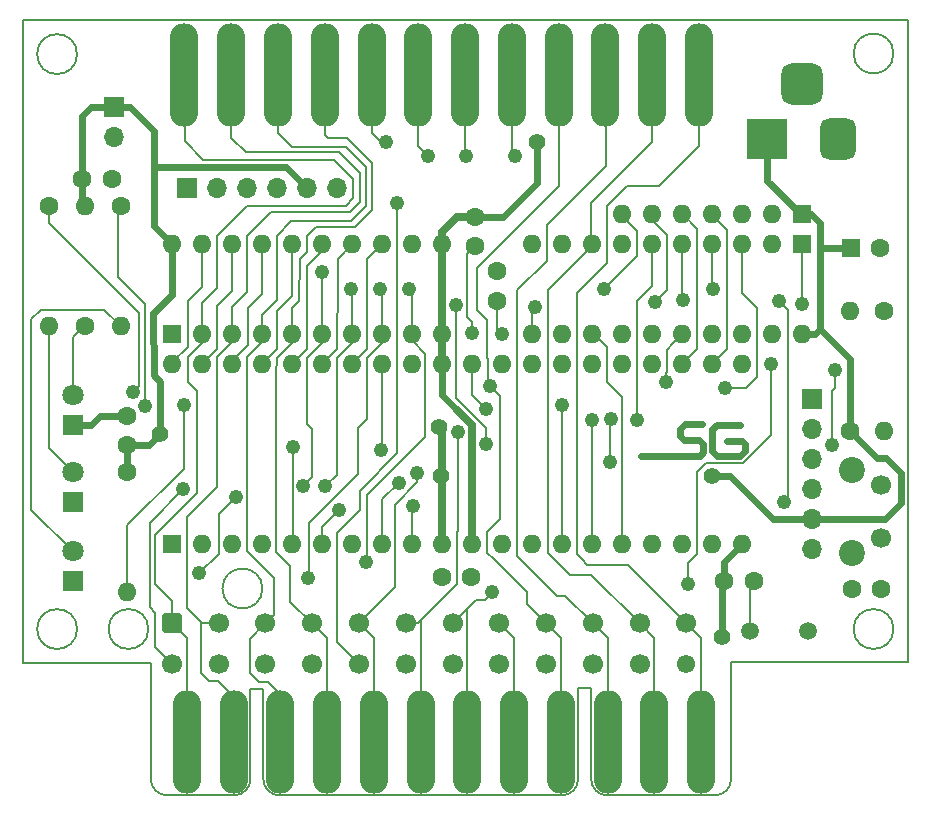
<source format=gbr>
G04 #@! TF.GenerationSoftware,KiCad,Pcbnew,8.0.4*
G04 #@! TF.CreationDate,2024-07-27T17:05:36-04:00*
G04 #@! TF.ProjectId,CBM-SD,43424d2d-5344-42e6-9b69-6361645f7063,rev?*
G04 #@! TF.SameCoordinates,Original*
G04 #@! TF.FileFunction,Copper,L1,Top*
G04 #@! TF.FilePolarity,Positive*
%FSLAX46Y46*%
G04 Gerber Fmt 4.6, Leading zero omitted, Abs format (unit mm)*
G04 Created by KiCad (PCBNEW 8.0.4) date 2024-07-27 17:05:36*
%MOMM*%
%LPD*%
G01*
G04 APERTURE LIST*
G04 Aperture macros list*
%AMRoundRect*
0 Rectangle with rounded corners*
0 $1 Rounding radius*
0 $2 $3 $4 $5 $6 $7 $8 $9 X,Y pos of 4 corners*
0 Add a 4 corners polygon primitive as box body*
4,1,4,$2,$3,$4,$5,$6,$7,$8,$9,$2,$3,0*
0 Add four circle primitives for the rounded corners*
1,1,$1+$1,$2,$3*
1,1,$1+$1,$4,$5*
1,1,$1+$1,$6,$7*
1,1,$1+$1,$8,$9*
0 Add four rect primitives between the rounded corners*
20,1,$1+$1,$2,$3,$4,$5,0*
20,1,$1+$1,$4,$5,$6,$7,0*
20,1,$1+$1,$6,$7,$8,$9,0*
20,1,$1+$1,$8,$9,$2,$3,0*%
G04 Aperture macros list end*
G04 #@! TA.AperFunction,ComponentPad*
%ADD10C,1.600000*%
G04 #@! TD*
G04 #@! TA.AperFunction,ComponentPad*
%ADD11O,1.600000X1.600000*%
G04 #@! TD*
G04 #@! TA.AperFunction,ComponentPad*
%ADD12R,1.600000X1.600000*%
G04 #@! TD*
G04 #@! TA.AperFunction,ComponentPad*
%ADD13C,1.500000*%
G04 #@! TD*
G04 #@! TA.AperFunction,ComponentPad*
%ADD14R,1.800000X1.800000*%
G04 #@! TD*
G04 #@! TA.AperFunction,ComponentPad*
%ADD15C,1.800000*%
G04 #@! TD*
G04 #@! TA.AperFunction,ComponentPad*
%ADD16R,3.500000X3.500000*%
G04 #@! TD*
G04 #@! TA.AperFunction,ComponentPad*
%ADD17RoundRect,0.750000X0.750000X1.000000X-0.750000X1.000000X-0.750000X-1.000000X0.750000X-1.000000X0*%
G04 #@! TD*
G04 #@! TA.AperFunction,ComponentPad*
%ADD18RoundRect,0.875000X0.875000X0.875000X-0.875000X0.875000X-0.875000X-0.875000X0.875000X-0.875000X0*%
G04 #@! TD*
G04 #@! TA.AperFunction,ComponentPad*
%ADD19R,1.700000X1.700000*%
G04 #@! TD*
G04 #@! TA.AperFunction,ComponentPad*
%ADD20O,1.700000X1.700000*%
G04 #@! TD*
G04 #@! TA.AperFunction,ConnectorPad*
%ADD21O,2.410000X8.760000*%
G04 #@! TD*
G04 #@! TA.AperFunction,ComponentPad*
%ADD22C,2.200000*%
G04 #@! TD*
G04 #@! TA.AperFunction,ComponentPad*
%ADD23C,1.700000*%
G04 #@! TD*
G04 #@! TA.AperFunction,ComponentPad*
%ADD24RoundRect,0.273700X-0.576300X0.576300X-0.576300X-0.576300X0.576300X-0.576300X0.576300X0.576300X0*%
G04 #@! TD*
G04 #@! TA.AperFunction,ComponentPad*
%ADD25C,1.550000*%
G04 #@! TD*
G04 #@! TA.AperFunction,ViaPad*
%ADD26C,1.422400*%
G04 #@! TD*
G04 #@! TA.AperFunction,ViaPad*
%ADD27C,1.219200*%
G04 #@! TD*
G04 #@! TA.AperFunction,Conductor*
%ADD28C,0.600000*%
G04 #@! TD*
G04 #@! TA.AperFunction,Conductor*
%ADD29C,0.660400*%
G04 #@! TD*
G04 #@! TA.AperFunction,Conductor*
%ADD30C,0.203200*%
G04 #@! TD*
G04 #@! TA.AperFunction,Conductor*
%ADD31C,0.200000*%
G04 #@! TD*
G04 #@! TA.AperFunction,Profile*
%ADD32C,0.200660*%
G04 #@! TD*
G04 APERTURE END LIST*
D10*
X125996700Y-104076500D03*
D11*
X125996700Y-114236500D03*
D12*
X183134000Y-82232500D03*
D11*
X180594000Y-82232500D03*
X178054000Y-82232500D03*
X175514000Y-82232500D03*
X172974000Y-82232500D03*
X170434000Y-82232500D03*
X167894000Y-82232500D03*
D12*
X129794000Y-110172500D03*
D11*
X132334000Y-110172500D03*
X134874000Y-110172500D03*
X137414000Y-110172500D03*
X139954000Y-110172500D03*
X142494000Y-110172500D03*
X145034000Y-110172500D03*
X147574000Y-110172500D03*
X150114000Y-110172500D03*
X152654000Y-110172500D03*
X155194000Y-110172500D03*
X157734000Y-110172500D03*
X160274000Y-110172500D03*
X162814000Y-110172500D03*
X165354000Y-110172500D03*
X167894000Y-110172500D03*
X170434000Y-110172500D03*
X172974000Y-110172500D03*
X175514000Y-110172500D03*
X178054000Y-110172500D03*
X178054000Y-94932500D03*
X175514000Y-94932500D03*
X172974000Y-94932500D03*
X170434000Y-94932500D03*
X167894000Y-94932500D03*
X165354000Y-94932500D03*
X162814000Y-94932500D03*
X160274000Y-94932500D03*
X157734000Y-94932500D03*
X155194000Y-94932500D03*
X152654000Y-94932500D03*
X150114000Y-94932500D03*
X147574000Y-94932500D03*
X145034000Y-94932500D03*
X142494000Y-94932500D03*
X139954000Y-94932500D03*
X137414000Y-94932500D03*
X134874000Y-94932500D03*
X132334000Y-94932500D03*
X129794000Y-94932500D03*
D12*
X129794000Y-92392500D03*
D11*
X132334000Y-92392500D03*
X134874000Y-92392500D03*
X137414000Y-92392500D03*
X139954000Y-92392500D03*
X142494000Y-92392500D03*
X145034000Y-92392500D03*
X147574000Y-92392500D03*
X150114000Y-92392500D03*
X152654000Y-92392500D03*
X152654000Y-84772500D03*
X150114000Y-84772500D03*
X147574000Y-84772500D03*
X145034000Y-84772500D03*
X142494000Y-84772500D03*
X139954000Y-84772500D03*
X137414000Y-84772500D03*
X134874000Y-84772500D03*
X132334000Y-84772500D03*
X129794000Y-84772500D03*
D12*
X183134000Y-84772500D03*
D11*
X180594000Y-84772500D03*
X178054000Y-84772500D03*
X175514000Y-84772500D03*
X172974000Y-84772500D03*
X170434000Y-84772500D03*
X167894000Y-84772500D03*
X165354000Y-84772500D03*
X162814000Y-84772500D03*
X160274000Y-84772500D03*
X160274000Y-92392500D03*
X162814000Y-92392500D03*
X165354000Y-92392500D03*
X167894000Y-92392500D03*
X170434000Y-92392500D03*
X172974000Y-92392500D03*
X175514000Y-92392500D03*
X178054000Y-92392500D03*
X180594000Y-92392500D03*
X183134000Y-92392500D03*
D10*
X124694000Y-79248000D03*
X122194000Y-79248000D03*
X155154000Y-112903000D03*
X152654000Y-112903000D03*
X155475000Y-84925000D03*
X155475000Y-82425000D03*
X157300000Y-89550000D03*
X157300000Y-87050000D03*
X122428000Y-91694000D03*
D11*
X122428000Y-81534000D03*
D10*
X189865000Y-113919000D03*
X187365000Y-113919000D03*
D13*
X178762000Y-117475000D03*
X183642000Y-117475000D03*
D10*
X119380000Y-81534000D03*
D11*
X119380000Y-91694000D03*
D14*
X121450100Y-113322100D03*
D15*
X121450100Y-110782100D03*
D14*
X121450100Y-106616500D03*
D15*
X121450100Y-104076500D03*
D16*
X180182000Y-75887500D03*
D17*
X186182000Y-75887500D03*
D18*
X183182000Y-71187500D03*
D14*
X121462800Y-100037900D03*
D15*
X121462800Y-97497900D03*
D19*
X183997600Y-97891600D03*
D20*
X183997600Y-100431600D03*
X183997600Y-102971600D03*
X183997600Y-105511600D03*
X183997600Y-108051600D03*
X183997600Y-110591600D03*
D10*
X187198000Y-100584000D03*
D11*
X187198000Y-90424000D03*
D10*
X190093600Y-90424000D03*
D11*
X190093600Y-100584000D03*
D10*
X176570000Y-113284000D03*
X179070000Y-113284000D03*
X125476000Y-81534000D03*
D11*
X125476000Y-91694000D03*
D19*
X124891800Y-73126600D03*
D20*
X124891800Y-75666600D03*
D10*
X126009400Y-99290500D03*
X126009400Y-101790500D03*
D12*
X187285621Y-85090000D03*
D10*
X189785621Y-85090000D03*
D21*
X131052300Y-126923800D03*
X135012300Y-126923800D03*
X138972300Y-126923800D03*
X142932300Y-126923800D03*
X146892300Y-126923800D03*
X150852300Y-126923800D03*
X154812300Y-126923800D03*
X158772300Y-126923800D03*
X162732300Y-126923800D03*
X166692300Y-126923800D03*
X170652300Y-126923800D03*
X174612300Y-126923800D03*
D22*
X187350400Y-103896400D03*
X187350400Y-110896400D03*
D23*
X189850400Y-105146400D03*
X189850400Y-109646400D03*
D19*
X131064000Y-80010000D03*
D20*
X133604000Y-80010000D03*
X136144000Y-80010000D03*
X138684000Y-80010000D03*
X141224000Y-80010000D03*
X143764000Y-80010000D03*
D21*
X130860799Y-70408800D03*
X134820799Y-70408800D03*
X138780799Y-70408800D03*
X142740799Y-70408800D03*
X146700799Y-70408800D03*
X150660799Y-70408800D03*
X154620799Y-70408800D03*
X158580799Y-70408800D03*
X162540799Y-70408800D03*
X166500799Y-70408800D03*
X170460799Y-70408800D03*
X174420799Y-70408800D03*
D24*
X129794000Y-116869000D03*
D23*
X133754089Y-116869000D03*
X137714180Y-116869000D03*
X141674269Y-116869000D03*
X145634360Y-116869000D03*
X149594449Y-116869000D03*
X153554540Y-116869000D03*
X157514629Y-116869000D03*
X161474720Y-116869000D03*
X165434809Y-116869000D03*
X169394900Y-116869000D03*
X173354999Y-116869000D03*
X129794000Y-120269000D03*
X133754090Y-120269001D03*
X137714180Y-120269000D03*
X141674270Y-120269001D03*
X145634360Y-120269000D03*
X149594450Y-120269001D03*
X153554540Y-120269000D03*
X157514630Y-120269001D03*
X161474720Y-120269000D03*
X165434809Y-120269000D03*
X169394900Y-120269000D03*
D25*
X173355000Y-120269001D03*
D26*
X176403000Y-117983000D03*
X160731200Y-76136500D03*
X152425400Y-100228400D03*
X128790700Y-100838000D03*
X152577800Y-104419400D03*
X175564800Y-104406700D03*
D27*
X155194000Y-92312500D03*
X157734000Y-92392500D03*
X130810000Y-98399600D03*
X156362400Y-98717100D03*
X148837500Y-81280000D03*
X146240500Y-111696500D03*
X149860000Y-88582500D03*
X147447000Y-88519000D03*
X141351000Y-113030000D03*
X132130800Y-112623600D03*
X142800000Y-105250000D03*
X135229600Y-106133900D03*
X144970500Y-88582500D03*
X130774515Y-105476115D03*
X142494000Y-87122000D03*
X140931400Y-105219500D03*
X156718000Y-96748600D03*
X176618900Y-96964500D03*
X173482000Y-113538000D03*
X180530500Y-94945200D03*
X175577500Y-88557100D03*
X158877000Y-77279500D03*
X154675721Y-77279500D03*
X181659506Y-106559506D03*
X181229000Y-89560400D03*
X173050200Y-89522300D03*
X156908500Y-114236500D03*
X151511000Y-77279500D03*
X169164000Y-99644200D03*
X154051000Y-100647500D03*
X166878000Y-103187500D03*
X147955000Y-76073000D03*
X166966900Y-99555300D03*
X150583900Y-104178100D03*
X166370000Y-88519000D03*
X156400500Y-101663500D03*
X140017500Y-101955600D03*
X153860500Y-89916000D03*
X183134000Y-89789000D03*
X143916400Y-107289600D03*
X148987500Y-104962500D03*
X185675000Y-101750000D03*
X150225000Y-106900000D03*
X185975000Y-95450000D03*
X171640500Y-96456500D03*
X162839400Y-98412300D03*
X126492000Y-97282000D03*
X165354000Y-99631500D03*
X127546100Y-98501200D03*
X170688000Y-89662000D03*
X160528000Y-90106500D03*
X147535900Y-102158800D03*
D28*
X174436900Y-101341100D02*
X173154200Y-101341100D01*
X177900000Y-102675000D02*
X178306400Y-102268600D01*
X175982300Y-102675000D02*
X177900000Y-102675000D01*
X174475000Y-102700000D02*
X174779800Y-102395200D01*
X175563200Y-101163700D02*
X175563200Y-102255900D01*
X173255800Y-99994900D02*
X174716300Y-99994900D01*
X174779800Y-102395200D02*
X174779800Y-101684000D01*
X175931500Y-100046100D02*
X175563200Y-100414400D01*
X178027000Y-101443100D02*
X176833200Y-101443100D01*
X177874600Y-100046100D02*
X175931500Y-100046100D01*
X175563200Y-100414400D02*
X175563200Y-101163700D01*
X169522000Y-102700000D02*
X174475000Y-102700000D01*
X172824000Y-101010900D02*
X172824000Y-100426700D01*
X173154200Y-101341100D02*
X172824000Y-101010900D01*
X172824000Y-100426700D02*
X173255800Y-99994900D01*
X178306400Y-102268600D02*
X178306400Y-101722500D01*
X174779800Y-101684000D02*
X174436900Y-101341100D01*
X178306400Y-101722500D02*
X178027000Y-101443100D01*
X175563200Y-102255900D02*
X175982300Y-102675000D01*
X152654000Y-94932500D02*
X152654000Y-97536000D01*
D29*
X155194000Y-110172500D02*
X155194000Y-102616000D01*
D28*
X176403000Y-117983000D02*
X176403000Y-113451000D01*
X160731200Y-79543800D02*
X157850000Y-82425000D01*
X176570000Y-113284000D02*
X176570000Y-111656500D01*
X160731200Y-76136500D02*
X160731200Y-79543800D01*
X121462800Y-100037900D02*
X122974100Y-100037900D01*
D29*
X153925000Y-82425000D02*
X155475000Y-82425000D01*
X152654000Y-92392500D02*
X152654000Y-89852500D01*
D28*
X123721500Y-99290500D02*
X126009400Y-99290500D01*
D29*
X152654000Y-84772500D02*
X152654000Y-83696000D01*
X152654000Y-83696000D02*
X153925000Y-82425000D01*
X152654000Y-89852500D02*
X152654000Y-84772500D01*
X155194000Y-100076000D02*
X155194000Y-102616000D01*
D28*
X176403000Y-113451000D02*
X176570000Y-113284000D01*
X176570000Y-111656500D02*
X178054000Y-110172500D01*
X157850000Y-82425000D02*
X155475000Y-82425000D01*
D29*
X152654000Y-94932500D02*
X152654000Y-92392500D01*
D28*
X122974100Y-100037900D02*
X123721500Y-99290500D01*
X152654000Y-97536000D02*
X153962100Y-98844100D01*
D29*
X153962100Y-98844100D02*
X155194000Y-100076000D01*
D28*
X139446000Y-78232000D02*
X128270000Y-78232000D01*
X183032500Y-82232500D02*
X180182000Y-79382000D01*
X126212600Y-73126600D02*
X124891800Y-73126600D01*
X126009400Y-101790500D02*
X127838200Y-101790500D01*
X184658000Y-85344000D02*
X184658000Y-82992000D01*
X183134000Y-82232500D02*
X183898500Y-82232500D01*
X128790700Y-96393000D02*
X128246658Y-95848958D01*
X190246000Y-102870000D02*
X191516000Y-104140000D01*
X183898500Y-82232500D02*
X184658000Y-82992000D01*
X180695600Y-108051600D02*
X183997600Y-108051600D01*
X152654000Y-100482400D02*
X152654000Y-100457000D01*
X190144400Y-108051600D02*
X183997600Y-108051600D01*
X180182000Y-79382000D02*
X180182000Y-75887500D01*
X191516000Y-104140000D02*
X191516000Y-106680000D01*
X128270000Y-78740000D02*
X128270000Y-78232000D01*
X177050700Y-104406700D02*
X180695600Y-108051600D01*
D29*
X152654000Y-100482400D02*
X152654000Y-102425500D01*
D28*
X129794000Y-84772500D02*
X128270000Y-83248500D01*
X175564800Y-104406700D02*
X177050700Y-104406700D01*
X184658000Y-91948000D02*
X184658000Y-90919300D01*
X122194000Y-79248000D02*
X122194000Y-73894000D01*
X126009400Y-104063800D02*
X125996700Y-104076500D01*
X184658000Y-85344000D02*
X184912000Y-85090000D01*
X189484000Y-102870000D02*
X190246000Y-102870000D01*
X128270000Y-78232000D02*
X128270000Y-75184000D01*
X187198000Y-94488000D02*
X184658000Y-91948000D01*
X129794000Y-89056114D02*
X128221057Y-90629057D01*
X152654000Y-100457000D02*
X152425400Y-100228400D01*
X191516000Y-106680000D02*
X190144400Y-108051600D01*
X122194000Y-73894000D02*
X122961400Y-73126600D01*
D29*
X152654000Y-102425500D02*
X152654000Y-104343200D01*
D28*
X184912000Y-85090000D02*
X187285621Y-85090000D01*
X183134000Y-82232500D02*
X183032500Y-82232500D01*
X187198000Y-100584000D02*
X189484000Y-102870000D01*
X184658000Y-90919300D02*
X184658000Y-85344000D01*
X129794000Y-84772500D02*
X129794000Y-89056114D01*
X141224000Y-80010000D02*
X139446000Y-78232000D01*
X128246658Y-95848958D02*
X128221057Y-90629057D01*
X122174000Y-79268000D02*
X122194000Y-79248000D01*
X122961400Y-73126600D02*
X124891800Y-73126600D01*
X152654000Y-104343200D02*
X152577800Y-104419400D01*
X122174000Y-81534000D02*
X122174000Y-79268000D01*
X128270000Y-83248500D02*
X128270000Y-78740000D01*
X183134000Y-92392500D02*
X184213500Y-92392500D01*
X184213500Y-92392500D02*
X184658000Y-91948000D01*
X128270000Y-75184000D02*
X126212600Y-73126600D01*
X128790700Y-100838000D02*
X128790700Y-96393000D01*
D29*
X152654000Y-104343200D02*
X152654000Y-110172500D01*
D28*
X127838200Y-101790500D02*
X128790700Y-100838000D01*
X184658000Y-90919300D02*
X184658000Y-91617800D01*
X126009400Y-101790500D02*
X126009400Y-104063800D01*
X187198000Y-94488000D02*
X187198000Y-100584000D01*
D30*
X178762000Y-113592000D02*
X179070000Y-113284000D01*
X178762000Y-117475000D02*
X178762000Y-113592000D01*
X155194000Y-91394000D02*
X154750000Y-90950000D01*
X155194000Y-92312500D02*
X155194000Y-91394000D01*
X154774411Y-85625589D02*
X155475000Y-84925000D01*
X154774411Y-90925589D02*
X154774411Y-85625589D01*
X154750000Y-90950000D02*
X154774411Y-90925589D01*
X130810000Y-100838000D02*
X130810000Y-103759000D01*
X157300000Y-91958500D02*
X157300000Y-89550000D01*
D31*
X130810000Y-98399600D02*
X130810000Y-100838000D01*
X155194000Y-94932500D02*
X155194000Y-97548700D01*
D30*
X130810000Y-103759000D02*
X125996700Y-108572300D01*
X157734000Y-92392500D02*
X157300000Y-91958500D01*
D31*
X156362400Y-98717100D02*
X155194000Y-97548700D01*
X125996700Y-110261400D02*
X125996700Y-114236500D01*
D30*
X125996700Y-108572300D02*
X125996700Y-110261400D01*
D31*
X119380000Y-91694000D02*
X119380000Y-102006400D01*
D30*
X121450100Y-104076500D02*
X120700800Y-103327200D01*
D31*
X119380000Y-102006400D02*
X120700800Y-103327200D01*
D30*
X124079000Y-90297000D02*
X118672000Y-90297000D01*
X125476000Y-91694000D02*
X124079000Y-90297000D01*
X117900000Y-107232000D02*
X121450100Y-110782100D01*
X117900000Y-91075000D02*
X117900000Y-107232000D01*
X118672000Y-90297000D02*
X118672000Y-90303000D01*
X118672000Y-90303000D02*
X117900000Y-91075000D01*
D31*
X121462800Y-92659200D02*
X122428000Y-91694000D01*
X121462800Y-97497900D02*
X121462800Y-92659200D01*
X148837500Y-83813500D02*
X148844000Y-83820000D01*
X146799300Y-104546400D02*
X147815300Y-103441500D01*
X146799300Y-104575700D02*
X146799300Y-104546400D01*
X143800000Y-113383640D02*
X143800000Y-109184000D01*
X148844000Y-102412800D02*
X148844000Y-101155500D01*
X145728100Y-105646900D02*
X146799300Y-104575700D01*
D30*
X148844000Y-83820000D02*
X148844000Y-101155500D01*
X143800000Y-118434640D02*
X143800000Y-113383640D01*
D31*
X143800000Y-109184000D02*
X145728100Y-107255900D01*
X148837500Y-81280000D02*
X148837500Y-83813500D01*
D30*
X145634360Y-120269000D02*
X143800000Y-118434640D01*
D31*
X147815300Y-103441500D02*
X148844000Y-102412800D01*
X145728100Y-107255900D02*
X145728100Y-105646900D01*
D30*
X146350000Y-105989000D02*
X151257000Y-101082000D01*
X151257000Y-94043500D02*
X150114000Y-92900500D01*
X149860000Y-88582500D02*
X150114000Y-88836500D01*
X151257000Y-95948500D02*
X151257000Y-94043500D01*
X146240500Y-111696500D02*
X146350000Y-111587000D01*
X142070000Y-120820000D02*
X141928270Y-120678270D01*
D31*
X151257000Y-95948500D02*
X151257000Y-101082000D01*
D30*
X150114000Y-88836500D02*
X150114000Y-92392500D01*
X146350000Y-111587000D02*
X146350000Y-105989000D01*
X141351000Y-113030000D02*
X141389200Y-112991800D01*
X141389200Y-108385800D02*
X144500000Y-105275000D01*
D31*
X145554700Y-104220300D02*
X145554700Y-103629700D01*
D30*
X147574000Y-88646000D02*
X147447000Y-88519000D01*
X147574000Y-93091000D02*
X147574000Y-92392500D01*
D31*
X146304000Y-99596000D02*
X145554700Y-100345300D01*
X146304000Y-95948500D02*
X146304000Y-99596000D01*
D30*
X141389200Y-112991800D02*
X141389200Y-108385800D01*
X146304000Y-94361000D02*
X147574000Y-93091000D01*
D31*
X145554700Y-103629700D02*
X145554700Y-100345300D01*
X144500000Y-105275000D02*
X145554700Y-104220300D01*
D30*
X146304000Y-95948500D02*
X146304000Y-94361000D01*
X147574000Y-92392500D02*
X147574000Y-88646000D01*
X132130800Y-112623600D02*
X133769200Y-110985200D01*
X135229600Y-106133900D02*
X133769200Y-107594300D01*
X145034000Y-88646000D02*
X145034000Y-92392500D01*
X133769200Y-110617000D02*
X133769200Y-111036200D01*
X133769200Y-107594300D02*
X133769200Y-110617000D01*
X143764000Y-94424500D02*
X145034000Y-93154500D01*
X143764000Y-104286000D02*
X143764000Y-103689000D01*
X143764000Y-96202500D02*
X143764000Y-94424500D01*
X145034000Y-93154500D02*
X145034000Y-92392500D01*
X144970500Y-88582500D02*
X145034000Y-88646000D01*
X142800000Y-105250000D02*
X143764000Y-104286000D01*
X133769200Y-110985200D02*
X133769200Y-110617000D01*
X143764000Y-96202500D02*
X143764000Y-103689000D01*
X142494000Y-87122000D02*
X142494000Y-92392500D01*
X141668000Y-100407000D02*
X141668000Y-104482900D01*
X141224000Y-99963000D02*
X141668000Y-100407000D01*
X127919629Y-108331001D02*
X127919629Y-115473629D01*
X142494000Y-92392500D02*
X142494000Y-93091000D01*
X130774515Y-105476115D02*
X127919629Y-108331001D01*
X128397000Y-115951000D02*
X128397000Y-118872000D01*
X141224000Y-94361000D02*
X141224000Y-99963000D01*
X141668000Y-104482900D02*
X140931400Y-105219500D01*
X128397000Y-118872000D02*
X129794000Y-120269000D01*
X127919629Y-115473629D02*
X128397000Y-115951000D01*
X142494000Y-93091000D02*
X141224000Y-94361000D01*
X174433500Y-76442300D02*
X171049950Y-79825850D01*
X164084000Y-88900000D02*
X164084000Y-110617000D01*
X174433500Y-70332600D02*
X174433500Y-76442300D01*
X171049950Y-79825850D02*
X168319450Y-79825850D01*
D31*
X174612300Y-120523000D02*
X174612300Y-118126301D01*
X164084000Y-110617000D02*
X164084000Y-110972600D01*
X167754000Y-111900000D02*
X167767000Y-111887000D01*
X167767000Y-111887000D02*
X168372999Y-111887000D01*
X168372999Y-111887000D02*
X173354999Y-116869000D01*
D30*
X166624000Y-81521300D02*
X166624000Y-86360000D01*
X168319450Y-79825850D02*
X166624000Y-81521300D01*
D31*
X174612300Y-120523000D02*
X174612300Y-126923800D01*
D30*
X166624000Y-86360000D02*
X164084000Y-88900000D01*
D31*
X164503100Y-111391700D02*
X164503100Y-111428100D01*
X164084000Y-110972600D02*
X164503100Y-111391700D01*
X164975000Y-111900000D02*
X167754000Y-111900000D01*
X164503100Y-111428100D02*
X164975000Y-111900000D01*
X174612300Y-118126301D02*
X173354999Y-116869000D01*
D30*
X165354000Y-84899500D02*
X165354000Y-84772500D01*
X165290500Y-84709000D02*
X165354000Y-84772500D01*
D31*
X170652300Y-126923800D02*
X170652300Y-118126400D01*
X161607500Y-110907500D02*
X161607500Y-110617000D01*
X169394900Y-116869000D02*
X165301900Y-112776000D01*
D30*
X170473500Y-76097000D02*
X165290500Y-81280000D01*
D31*
X163476000Y-112776000D02*
X161607500Y-110907500D01*
X170652300Y-118126400D02*
X169394900Y-116869000D01*
D30*
X161607500Y-110617000D02*
X161607500Y-88646000D01*
X170473500Y-70332600D02*
X170473500Y-76097000D01*
X165290500Y-81280000D02*
X165290500Y-84709000D01*
D31*
X163476000Y-112776000D02*
X165301900Y-112776000D01*
D30*
X161607500Y-88646000D02*
X165354000Y-84899500D01*
X159004000Y-88671400D02*
X161518600Y-86156800D01*
X166513500Y-78136500D02*
X166513500Y-70332600D01*
X159004000Y-90868500D02*
X159004000Y-88671400D01*
D31*
X166692300Y-118999000D02*
X166692300Y-118126491D01*
X165434809Y-116869000D02*
X163119809Y-114554000D01*
D30*
X161518600Y-83131400D02*
X166513500Y-78136500D01*
D31*
X166692300Y-126923800D02*
X166692300Y-118999000D01*
D30*
X159004000Y-88773000D02*
X159004000Y-90868500D01*
D31*
X162433000Y-114554000D02*
X159004000Y-111125000D01*
X159004000Y-111125000D02*
X159004000Y-110680500D01*
D30*
X161518600Y-86156800D02*
X161518600Y-83131400D01*
X159004000Y-90868500D02*
X159004000Y-110680500D01*
D31*
X163119809Y-114554000D02*
X162433000Y-114554000D01*
D30*
X159067500Y-88709500D02*
X159004000Y-88773000D01*
D31*
X166692300Y-118126491D02*
X165434809Y-116869000D01*
X179324000Y-96012000D02*
X178371500Y-96964500D01*
X179324000Y-93027500D02*
X179324000Y-96012000D01*
D30*
X156718000Y-96393000D02*
X156718000Y-96748600D01*
D31*
X159829500Y-114236500D02*
X157035500Y-111442500D01*
D30*
X157035500Y-111442500D02*
X156464000Y-110871000D01*
X156464000Y-109156500D02*
X157607000Y-108013500D01*
D31*
X159829500Y-114935000D02*
X159829500Y-114236500D01*
D30*
X156527500Y-96202500D02*
X156718000Y-96393000D01*
D31*
X162732300Y-126923800D02*
X162732300Y-118126580D01*
X159829500Y-115223780D02*
X159829500Y-114935000D01*
X178371500Y-96964500D02*
X176618900Y-96964500D01*
X162732300Y-118126580D02*
X161474720Y-116869000D01*
D30*
X178054000Y-84772500D02*
X178054000Y-88900000D01*
X156464000Y-110871000D02*
X156464000Y-109156500D01*
D31*
X157607000Y-99631500D02*
X157607000Y-97637600D01*
D30*
X162553500Y-79846500D02*
X155650000Y-86750000D01*
X179324000Y-93027500D02*
X179324000Y-90170000D01*
X156464000Y-94424500D02*
X156527500Y-94488000D01*
X156527500Y-94488000D02*
X156527500Y-96202500D01*
X162553500Y-70332600D02*
X162553500Y-79846500D01*
X155650000Y-86750000D02*
X155650000Y-90375000D01*
X178054000Y-88900000D02*
X179324000Y-90170000D01*
D31*
X157607000Y-97637600D02*
X156718000Y-96748600D01*
D30*
X155650000Y-90375000D02*
X156464000Y-91189000D01*
X156464000Y-91189000D02*
X156464000Y-94424500D01*
D31*
X161474720Y-116869000D02*
X159829500Y-115223780D01*
D30*
X157607000Y-108013500D02*
X157607000Y-99631500D01*
D31*
X173482000Y-111760000D02*
X174275000Y-110967000D01*
X158772300Y-126923800D02*
X158772300Y-118126671D01*
X180530500Y-100896874D02*
X180530500Y-94945200D01*
X175047281Y-103277719D02*
X178149655Y-103277719D01*
X178149655Y-103277719D02*
X180530500Y-100896874D01*
D30*
X175514000Y-84772500D02*
X175514000Y-88493600D01*
D31*
X158877000Y-77279500D02*
X158593500Y-76996000D01*
X180530500Y-94945200D02*
X180530500Y-100755500D01*
X173482000Y-113538000D02*
X173482000Y-111760000D01*
X174275000Y-110967000D02*
X174275000Y-104050000D01*
D30*
X175514000Y-88493600D02*
X175577500Y-88557100D01*
D31*
X158772300Y-118126671D02*
X157514629Y-116869000D01*
X158593500Y-76996000D02*
X158593500Y-70332600D01*
X174275000Y-104050000D02*
X175047281Y-103277719D01*
D30*
X154812300Y-115611240D02*
X155214270Y-115209270D01*
X154812300Y-118237000D02*
X154812300Y-115611240D01*
X155214270Y-115209270D02*
X155552040Y-114871500D01*
X181965600Y-94869000D02*
X181965600Y-90297000D01*
X153554540Y-116869000D02*
X155214270Y-115209270D01*
X172974000Y-89446100D02*
X173050200Y-89522300D01*
D31*
X154675721Y-77279500D02*
X154633500Y-77237279D01*
D30*
X181965600Y-90297000D02*
X181229000Y-89560400D01*
D31*
X154633500Y-77237279D02*
X154633500Y-70332600D01*
D30*
X172974000Y-84772500D02*
X172974000Y-89446100D01*
X154812300Y-126923800D02*
X154812300Y-122174000D01*
D31*
X156908500Y-114236500D02*
X156273500Y-114871500D01*
D30*
X181659506Y-106559506D02*
X181965600Y-106253412D01*
X181965600Y-95275400D02*
X181965600Y-94869000D01*
D31*
X181965600Y-95275400D02*
X181965600Y-104709400D01*
D30*
X181965600Y-106253412D02*
X181965600Y-104709400D01*
X155552040Y-114871500D02*
X156273500Y-114871500D01*
X154812300Y-122174000D02*
X154812300Y-118237000D01*
D31*
X150852300Y-126923800D02*
X150852300Y-118745000D01*
D30*
X154051000Y-100647500D02*
X154051000Y-109029500D01*
X154051000Y-109029500D02*
X153924000Y-109156500D01*
D31*
X151003000Y-116459000D02*
X150593000Y-116869000D01*
D30*
X169164000Y-89535000D02*
X169164000Y-99644200D01*
D31*
X150852300Y-116609700D02*
X151003000Y-116459000D01*
X151003000Y-116459000D02*
X153924000Y-113538000D01*
X153924000Y-113538000D02*
X153924000Y-112268000D01*
X150593000Y-116869000D02*
X149594449Y-116869000D01*
D30*
X153924000Y-109156500D02*
X153924000Y-112268000D01*
X170434000Y-84772500D02*
X170434000Y-88265000D01*
D31*
X151511000Y-77279500D02*
X150673500Y-76442000D01*
X150852300Y-118745000D02*
X150852300Y-116609700D01*
X150673500Y-76442000D02*
X150673500Y-70332600D01*
D30*
X170434000Y-88265000D02*
X169164000Y-89535000D01*
X148678800Y-106845200D02*
X150583900Y-104940100D01*
D31*
X166878000Y-99644200D02*
X166878000Y-103187500D01*
D30*
X146892300Y-126923800D02*
X146892300Y-118126940D01*
X148678800Y-111252000D02*
X148678800Y-106845200D01*
X150583900Y-104940100D02*
X150583900Y-104178100D01*
X145634360Y-116869000D02*
X148678800Y-113824560D01*
X146892300Y-118126940D02*
X145634360Y-116869000D01*
X148678800Y-113824560D02*
X148678800Y-111252000D01*
D31*
X146713500Y-75311000D02*
X146713500Y-70332600D01*
D30*
X150583900Y-104178100D02*
X150583900Y-104508900D01*
D31*
X166966900Y-99555300D02*
X166878000Y-99644200D01*
X147955000Y-76073000D02*
X147475500Y-76073000D01*
X147475500Y-76073000D02*
X146713500Y-75311000D01*
D30*
X144592800Y-75742800D02*
X146775000Y-77925000D01*
X145313000Y-83312000D02*
X141986000Y-83312000D01*
X142753500Y-75494300D02*
X143002000Y-75742800D01*
X141224000Y-85407500D02*
X140652500Y-85979000D01*
X142932300Y-126923800D02*
X142932300Y-118127031D01*
X139827000Y-112014000D02*
X138620500Y-110807500D01*
X143002000Y-75742800D02*
X144592800Y-75742800D01*
X140589000Y-89535000D02*
X139954000Y-90170000D01*
X146775000Y-81850000D02*
X145313000Y-83312000D01*
X141674269Y-116869000D02*
X139827000Y-115021731D01*
X141986000Y-83312000D02*
X141224000Y-84074000D01*
X141224000Y-84074000D02*
X141224000Y-85407500D01*
X138684000Y-94361000D02*
X139954000Y-93091000D01*
X138620500Y-110807500D02*
X138620500Y-97682518D01*
X140652500Y-85979000D02*
X140589000Y-89535000D01*
X139827000Y-115021731D02*
X139827000Y-112014000D01*
D31*
X138620500Y-95821500D02*
X138620500Y-97682518D01*
D30*
X146775000Y-77925000D02*
X146775000Y-81850000D01*
X142753500Y-70332600D02*
X142753500Y-75494300D01*
X138620500Y-95821500D02*
X138684000Y-94361000D01*
X139954000Y-93091000D02*
X139954000Y-92392500D01*
X142932300Y-118127031D02*
X141674269Y-116869000D01*
X139954000Y-90170000D02*
X139954000Y-92392500D01*
D31*
X137922000Y-121793000D02*
X138972300Y-122843300D01*
D30*
X137414000Y-90741500D02*
X138684000Y-89471500D01*
X139921000Y-82804000D02*
X144971000Y-82804000D01*
D31*
X136398000Y-121031000D02*
X137160000Y-121793000D01*
D30*
X137414000Y-92392500D02*
X137414000Y-93027500D01*
X138684000Y-84041000D02*
X139921000Y-82804000D01*
X136144000Y-98767900D02*
X136144000Y-110744000D01*
X146250000Y-81525000D02*
X146250000Y-78250000D01*
X144971000Y-82804000D02*
X146250000Y-81525000D01*
X146250000Y-78250000D02*
X144537500Y-76537500D01*
X138430000Y-116153180D02*
X137714180Y-116869000D01*
D31*
X136144000Y-95948500D02*
X136144000Y-98767900D01*
D30*
X136144000Y-110744000D02*
X138430000Y-113030000D01*
X138793500Y-75368500D02*
X138793500Y-70332600D01*
X137414000Y-93027500D02*
X136144000Y-94297500D01*
D31*
X137160000Y-121793000D02*
X137922000Y-121793000D01*
D30*
X138684000Y-89471500D02*
X138684000Y-84041000D01*
X139962500Y-76537500D02*
X138793500Y-75368500D01*
D31*
X138972300Y-122843300D02*
X138972300Y-126923800D01*
X137714180Y-116869000D02*
X136398000Y-118185180D01*
D30*
X138430000Y-113030000D02*
X138430000Y-116153180D01*
X144537500Y-76537500D02*
X139962500Y-76537500D01*
D31*
X136398000Y-118185180D02*
X136398000Y-121031000D01*
D30*
X137414000Y-92392500D02*
X137414000Y-90741500D01*
X136144000Y-94297500D02*
X136144000Y-95948500D01*
X132283200Y-116948800D02*
X132363000Y-116869000D01*
X131064000Y-115570000D02*
X131064000Y-107848400D01*
X133754089Y-116869000D02*
X132363000Y-116869000D01*
D31*
X145713000Y-78762000D02*
X145713000Y-81221000D01*
D30*
X134874000Y-90043000D02*
X134874000Y-92392500D01*
D31*
X133604000Y-96075500D02*
X133604000Y-100228400D01*
D30*
X133604000Y-96075500D02*
X133604000Y-94297500D01*
D31*
X143913000Y-76962000D02*
X145713000Y-78762000D01*
D30*
X133705600Y-121767600D02*
X132943600Y-121767600D01*
D31*
X134833500Y-75758500D02*
X136037000Y-76962000D01*
D30*
X133604000Y-94297500D02*
X134874000Y-93027500D01*
D31*
X134833500Y-70332600D02*
X134833500Y-75758500D01*
D30*
X135012300Y-126923800D02*
X135012300Y-123074300D01*
X132943600Y-121767600D02*
X132283200Y-121107200D01*
X136144000Y-84074000D02*
X136144000Y-88773000D01*
X136144000Y-88773000D02*
X134874000Y-90043000D01*
X131064000Y-107848400D02*
X133604000Y-105308400D01*
X133604000Y-105308400D02*
X133604000Y-100228400D01*
D31*
X136037000Y-76962000D02*
X143913000Y-76962000D01*
D30*
X133754089Y-116869000D02*
X133858000Y-116765089D01*
D31*
X144892000Y-82042000D02*
X138176000Y-82042000D01*
D30*
X132363000Y-116869000D02*
X131064000Y-115570000D01*
D31*
X138176000Y-82042000D02*
X136144000Y-84074000D01*
D30*
X132283200Y-121107200D02*
X132283200Y-116948800D01*
X134874000Y-93027500D02*
X134874000Y-92392500D01*
X135012300Y-123074300D02*
X133705600Y-121767600D01*
D31*
X145713000Y-81221000D02*
X144892000Y-82042000D01*
X133604000Y-84054000D02*
X133604000Y-84239100D01*
X131889500Y-97155000D02*
X131889500Y-100990400D01*
X145165500Y-79209500D02*
X145165500Y-80894500D01*
D30*
X133604000Y-84239100D02*
X133604000Y-88455500D01*
X129794000Y-116869000D02*
X129794000Y-114935000D01*
D31*
X130873500Y-76060300D02*
X132410200Y-77597000D01*
D30*
X132334000Y-92392500D02*
X132334000Y-93091000D01*
X129794000Y-114935000D02*
X128397000Y-113538000D01*
X131052300Y-121425700D02*
X131051300Y-121424700D01*
D31*
X143553000Y-77597000D02*
X145165500Y-79209500D01*
X145165500Y-80894500D02*
X144526000Y-81534000D01*
X132410200Y-77597000D02*
X143553000Y-77597000D01*
D30*
X131051300Y-118126300D02*
X129794000Y-116869000D01*
X128397000Y-113538000D02*
X128397000Y-109347000D01*
D31*
X130873500Y-70332600D02*
X130873500Y-76060300D01*
D30*
X132334000Y-89725500D02*
X132334000Y-92392500D01*
D31*
X144526000Y-81534000D02*
X136124000Y-81534000D01*
D30*
X131127500Y-94297500D02*
X131127500Y-96393000D01*
X131889500Y-105854500D02*
X131889500Y-100990400D01*
X132334000Y-93091000D02*
X131127500Y-94297500D01*
X128397000Y-109347000D02*
X131889500Y-105854500D01*
D31*
X136124000Y-81534000D02*
X133604000Y-84054000D01*
D30*
X131052300Y-126923800D02*
X131052300Y-121425700D01*
X131127500Y-96393000D02*
X131889500Y-97155000D01*
X131051300Y-121424700D02*
X131051300Y-118126300D01*
X133604000Y-88455500D02*
X132334000Y-89725500D01*
X175514000Y-82232500D02*
X175514000Y-82296000D01*
X176530001Y-93916499D02*
X175514000Y-94932500D01*
X176784000Y-83566000D02*
X176784000Y-93662500D01*
X175514000Y-82296000D02*
X176784000Y-83566000D01*
X176784000Y-93662500D02*
X176530001Y-93916499D01*
X173037500Y-82232500D02*
X174244000Y-83439000D01*
X174269085Y-93637415D02*
X172974000Y-94932500D01*
X174244000Y-90612500D02*
X174269085Y-90637585D01*
X172974000Y-82232500D02*
X173037500Y-82232500D01*
X174269085Y-90637585D02*
X174269085Y-93637415D01*
X174244000Y-83439000D02*
X174244000Y-90612500D01*
X153860500Y-91440000D02*
X153860500Y-89916000D01*
X153860500Y-95631000D02*
X153860500Y-97764600D01*
X156400500Y-101663500D02*
X156400500Y-100304600D01*
X140017500Y-102552500D02*
X140017500Y-102171500D01*
X153860500Y-91440000D02*
X153860500Y-95631000D01*
X169164000Y-85725000D02*
X169164000Y-83629500D01*
D31*
X154697950Y-98602050D02*
X156400500Y-100304600D01*
D30*
X139954000Y-110172500D02*
X140017500Y-110109000D01*
D31*
X140017500Y-101955600D02*
X140017500Y-102171500D01*
D30*
X167894000Y-82359500D02*
X167894000Y-82232500D01*
X153860500Y-97764600D02*
X154697950Y-98602050D01*
X166370000Y-88519000D02*
X169164000Y-85725000D01*
X169164000Y-83629500D02*
X167894000Y-82359500D01*
X140017500Y-110109000D02*
X140017500Y-102552500D01*
X183134000Y-84772500D02*
X183134000Y-89789000D01*
X142494000Y-108712000D02*
X143916400Y-107289600D01*
X142494000Y-110172500D02*
X142494000Y-108712000D01*
X147574000Y-110172500D02*
X147574000Y-108077000D01*
X147574000Y-110172500D02*
X147574000Y-106376000D01*
X147574000Y-110172500D02*
X147574000Y-108292900D01*
D31*
X147574000Y-107926000D02*
X147574000Y-108077000D01*
D30*
X147574000Y-106376000D02*
X148987500Y-104962500D01*
D31*
X147574000Y-108077000D02*
X147574000Y-108292900D01*
X185675000Y-101750000D02*
X185675000Y-97225000D01*
X150114000Y-107011000D02*
X150114000Y-110172500D01*
X185975000Y-96925000D02*
X185675000Y-97225000D01*
X150225000Y-106900000D02*
X150114000Y-107011000D01*
X185975000Y-95450000D02*
X185975000Y-96925000D01*
D30*
X171677032Y-95594468D02*
X171677032Y-93689468D01*
X172262801Y-93103699D02*
X172974000Y-92392500D01*
X171640500Y-95631000D02*
X171677032Y-95594468D01*
X171640500Y-96456500D02*
X171640500Y-95631000D01*
X171677032Y-93689468D02*
X172262801Y-93103699D01*
X162839400Y-98412300D02*
X162814000Y-100647500D01*
X119380000Y-82931000D02*
X119380000Y-81534000D01*
X127000000Y-90551000D02*
X119380000Y-82931000D01*
X127000000Y-96774000D02*
X127000000Y-90551000D01*
X126492000Y-97282000D02*
X127000000Y-96774000D01*
X162814000Y-100647500D02*
X162814000Y-110172500D01*
X146291155Y-86055345D02*
X146291155Y-93675345D01*
X146291155Y-93675345D02*
X145034000Y-94932500D01*
X147574000Y-84772500D02*
X146291155Y-86055345D01*
D31*
X127546100Y-98501200D02*
X127546100Y-89827100D01*
D30*
X165354000Y-99631500D02*
X165354000Y-104203500D01*
D31*
X127546100Y-89827100D02*
X125222000Y-87503000D01*
D30*
X165354000Y-104203500D02*
X165354000Y-110172500D01*
D31*
X125222000Y-87503000D02*
X125222000Y-81534000D01*
D30*
X142494000Y-94932500D02*
X143762912Y-93663588D01*
X143827500Y-85979000D02*
X145034000Y-84772500D01*
X143827500Y-87566500D02*
X143827500Y-85979000D01*
X143762912Y-93663588D02*
X143827500Y-87566500D01*
X166624000Y-93472000D02*
X166624000Y-96418400D01*
X165544500Y-92392500D02*
X166624000Y-93472000D01*
X165354000Y-92392500D02*
X165544500Y-92392500D01*
D31*
X167894000Y-110172500D02*
X167894000Y-97688400D01*
X167894000Y-97688400D02*
X166624000Y-96418400D01*
D30*
X141254117Y-93632383D02*
X141254117Y-86583883D01*
X139954000Y-94932500D02*
X141254117Y-93632383D01*
X142494000Y-85344000D02*
X142494000Y-84772500D01*
X141254117Y-86583883D02*
X142494000Y-85344000D01*
X139954000Y-89154000D02*
X139954000Y-84772500D01*
X137414000Y-94932500D02*
X138686977Y-93659523D01*
X138686977Y-93659523D02*
X138686977Y-90421023D01*
X138686977Y-90421023D02*
X139954000Y-89154000D01*
X134874000Y-94932500D02*
X134874000Y-94615000D01*
X134874000Y-94615000D02*
X136207500Y-93281500D01*
X136207500Y-90170000D02*
X137414000Y-88963500D01*
X136207500Y-93281500D02*
X136207500Y-90170000D01*
X137414000Y-88963500D02*
X137414000Y-84772500D01*
X133604000Y-89979500D02*
X133604000Y-93662500D01*
X134874000Y-84772500D02*
X134874000Y-88709500D01*
X133604000Y-93662500D02*
X133223000Y-94043500D01*
X134874000Y-88709500D02*
X133604000Y-89979500D01*
X133223000Y-94043500D02*
X132334000Y-94932500D01*
D31*
X131127500Y-89611200D02*
X132334000Y-88404700D01*
X129794000Y-94932500D02*
X129794000Y-94780100D01*
D30*
X132334000Y-87058500D02*
X132334000Y-84772500D01*
D31*
X132334000Y-88404700D02*
X132334000Y-87058500D01*
X129794000Y-94780100D02*
X131127500Y-93446600D01*
X131127500Y-93446600D02*
X131127500Y-89611200D01*
D30*
X171704000Y-84010500D02*
X171704000Y-87122000D01*
X160274000Y-90360500D02*
X160528000Y-90106500D01*
X160274000Y-92392500D02*
X160274000Y-90360500D01*
X170688000Y-89662000D02*
X171704000Y-88646000D01*
X170434000Y-82740500D02*
X171704000Y-84010500D01*
X171704000Y-88646000D02*
X171704000Y-87122000D01*
X170434000Y-82232500D02*
X170434000Y-82740500D01*
X147574000Y-101155500D02*
X147574000Y-100901500D01*
X147535900Y-102158800D02*
X147574000Y-101155500D01*
X147574000Y-100901500D02*
X147574000Y-94932500D01*
D32*
X192151000Y-65786000D02*
X192151000Y-114109500D01*
X192151000Y-114109500D02*
X192151000Y-120142000D01*
X129400300Y-131432300D02*
X135051800Y-131432300D01*
X177152300Y-130035300D02*
X177152300Y-120192800D01*
X138925300Y-131432300D02*
X162801300Y-131432300D01*
X166674800Y-131432300D02*
X175755300Y-131432300D01*
X165277800Y-130035300D02*
X165277800Y-122351800D01*
X136448800Y-122415300D02*
X136448800Y-130035300D01*
X138925300Y-131432300D02*
G75*
G02*
X137528300Y-130035300I0J1397000D01*
G01*
X165277800Y-122351800D02*
X164198300Y-122351800D01*
X136448800Y-130035300D02*
G75*
G02*
X135051800Y-131432300I-1397000J0D01*
G01*
X136448800Y-122415300D02*
X137528300Y-122415300D01*
X164198300Y-122351800D02*
X164198300Y-130035300D01*
X177152300Y-130035300D02*
G75*
G02*
X175755300Y-131432300I-1397000J0D01*
G01*
X164198300Y-130035300D02*
G75*
G02*
X162801300Y-131432300I-1397000J0D01*
G01*
X137528300Y-130035300D02*
X137528300Y-122415300D01*
X166674800Y-131432300D02*
G75*
G02*
X165277800Y-130035300I0J1397000D01*
G01*
X129400300Y-131432300D02*
G75*
G02*
X128003300Y-130035300I0J1397000D01*
G01*
X177152300Y-120142000D02*
X177152300Y-120192800D01*
X117221000Y-120230900D02*
X117221000Y-65786000D01*
X192151000Y-65786000D02*
X117221000Y-65786000D01*
X192151000Y-120142000D02*
X181165500Y-120142000D01*
X121762228Y-68675000D02*
G75*
G02*
X118387772Y-68675000I-1687228J0D01*
G01*
X118387772Y-68675000D02*
G75*
G02*
X121762228Y-68675000I1687228J0D01*
G01*
X121762228Y-117348000D02*
G75*
G02*
X118387772Y-117348000I-1687228J0D01*
G01*
X118387772Y-117348000D02*
G75*
G02*
X121762228Y-117348000I1687228J0D01*
G01*
X128003300Y-120230900D02*
X117221000Y-120230900D01*
X127798228Y-117348000D02*
G75*
G02*
X124423772Y-117348000I-1687228J0D01*
G01*
X124423772Y-117348000D02*
G75*
G02*
X127798228Y-117348000I1687228J0D01*
G01*
X137450228Y-113919000D02*
G75*
G02*
X134075772Y-113919000I-1687228J0D01*
G01*
X134075772Y-113919000D02*
G75*
G02*
X137450228Y-113919000I1687228J0D01*
G01*
X181165500Y-120142000D02*
X177152300Y-120142000D01*
X128003300Y-130035300D02*
X128003300Y-120230900D01*
X190887228Y-68625000D02*
G75*
G02*
X187512772Y-68625000I-1687228J0D01*
G01*
X187512772Y-68625000D02*
G75*
G02*
X190887228Y-68625000I1687228J0D01*
G01*
X190887228Y-117348000D02*
G75*
G02*
X187512772Y-117348000I-1687228J0D01*
G01*
X187512772Y-117348000D02*
G75*
G02*
X190887228Y-117348000I1687228J0D01*
G01*
M02*

</source>
